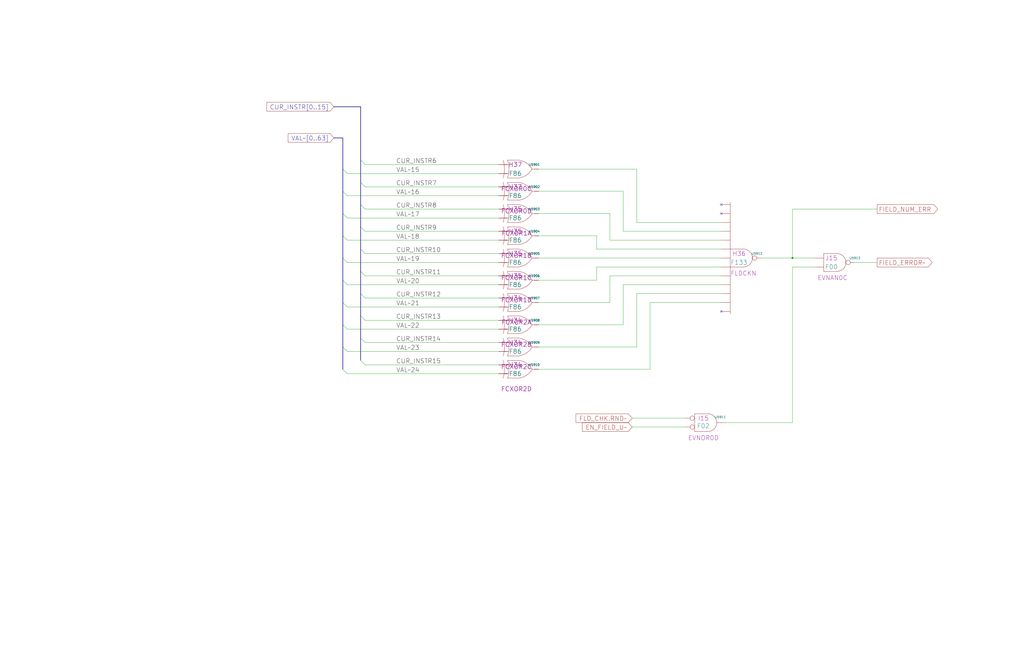
<source format=kicad_sch>
(kicad_sch (version 20230121) (generator eeschema)
  (paper "User" 584.2 378.46)
  (title_block (title "FIELD CHECK MICRO EVENT") (date "22-MAY-90") (rev "1.0") (comment 1 "SEQUENCER") (comment 2 "232-003064") (comment 3 "S400") (comment 4 "RELEASED"))
  (lib_symbols
    (symbol "r1000:F00" (pin_numbers hide) (pin_names hide)
      (property "Reference" "U" (at 15.24 0 0))
      (property "Value" "F00" (at 1.905 -5.08 0))
      (property "Location" "___" (at 1.905 0 0))
      (property "Name" "______" (at 2.54 -12.7 0))
      (symbol "F00_0_1"
        (polyline (pts (xy -2.54 -7.62) (xy 5.08 -7.62)) (stroke (width 0.1524)))
        (polyline (pts (xy -2.54 2.54) (xy -2.54 -7.62)) (stroke (width 0.1524)))
        (polyline (pts (xy -2.54 2.54) (xy 5.08 2.54)) (stroke (width 0.1524)))
        (arc (start 5.08 -7.62) (mid 10.1282 -2.54) (end 5.08 2.54) (stroke (width 0.1524)))
        (circle (center 11.43 -2.54) (radius 1.27) (stroke (width 0.1524)))
      )
      (symbol "F00_0_2"
        (circle (center -3.81 -5.08) (radius 1.27) (stroke (width 0.1524)))
        (circle (center -3.81 0) (radius 1.27) (stroke (width 0.1524)))
        (arc (start -3.175 -7.62) (mid -2.134 -2.54) (end -3.175 2.54) (stroke (width 0.1524)))
        (polyline (pts (xy -3.175 -7.62) (xy 3.81 -7.62)) (stroke (width 0.1524)))
        (polyline (pts (xy -3.175 2.54) (xy 3.81 2.54)) (stroke (width 0.1524)))
        (arc (start 3.81 -7.62) (mid 7.5855 -5.8306) (end 10.16 -2.54) (stroke (width 0.1524)))
        (arc (start 10.16 -2.54) (mid 7.5827 0.7471) (end 3.81 2.54) (stroke (width 0.1524)))
      )
      (symbol "F00_1_1"
        (pin input line (at -7.62 0 0) (length 5.08) (name "D0") (number "1"))
        (pin input line (at -7.62 -5.08 0) (length 5.08) (name "D1") (number "2"))
        (pin output line (at 15.24 -2.54 180) (length 2.54) (name "Q") (number "3"))
      )
      (symbol "F00_1_2"
        (pin input line (at -7.62 0 0) (length 2.54) (name "D0") (number "1"))
        (pin input line (at -7.62 -5.08 0) (length 2.54) (name "D1") (number "2"))
        (pin output line (at 15.24 -2.54 180) (length 5.08) (name "Q") (number "3"))
      )
    )
    (symbol "r1000:F02" (pin_numbers hide) (pin_names hide)
      (property "Reference" "U" (at 12.16 0.635 0))
      (property "Value" "F02" (at -1.27 -4.445 0))
      (property "Location" "___" (at 2.54 0 0))
      (property "Name" "______" (at 2.54 -12.7 0))
      (symbol "F02_0_1"
        (arc (start -3.81 -7.62) (mid -2.9847 -2.54) (end -3.81 2.54) (stroke (width 0.1524)))
        (polyline (pts (xy -5.08 -5.08) (xy -3.175 -5.08)) (stroke (width 0.1524)))
        (polyline (pts (xy -5.08 0) (xy -3.175 0)) (stroke (width 0.1524)))
        (polyline (pts (xy -3.81 -7.62) (xy 2.54 -7.62)) (stroke (width 0.1524)))
        (polyline (pts (xy -3.81 2.54) (xy 2.54 2.54)) (stroke (width 0.1524)))
        (polyline (pts (xy 13.97 -2.54) (xy 12.7 -2.54)) (stroke (width 0.1524)))
        (arc (start 2.54 -7.62) (mid 6.9515 -5.9823) (end 10.16 -2.54) (stroke (width 0.1524)))
        (arc (start 10.16 -2.54) (mid 6.9478 0.8966) (end 2.54 2.54) (stroke (width 0.1524)))
        (circle (center 11.43 -2.54) (radius 1.27) (stroke (width 0.1524)))
      )
      (symbol "F02_0_2"
        (circle (center -3.81 -5.08) (radius 1.27) (stroke (width 0.1524)))
        (circle (center -3.81 0) (radius 1.27) (stroke (width 0.1524)))
        (polyline (pts (xy -2.54 -7.62) (xy 5.08 -7.62)) (stroke (width 0.1524)))
        (polyline (pts (xy -2.54 2.54) (xy -2.54 -7.62)) (stroke (width 0.1524)))
        (polyline (pts (xy -2.54 2.54) (xy 5.08 2.54)) (stroke (width 0.1524)))
        (polyline (pts (xy 11.43 -2.54) (xy 10.16 -2.54)) (stroke (width 0.1524)))
        (polyline (pts (xy 11.43 -2.54) (xy 12.7 -2.54)) (stroke (width 0.1524)))
        (arc (start 5.08 -7.62) (mid 10.1282 -2.54) (end 5.08 2.54) (stroke (width 0.1524)))
      )
      (symbol "F02_1_1"
        (pin input line (at -7.62 0 0) (length 2.54) (name "D0") (number "1"))
        (pin input line (at -7.62 -5.08 0) (length 2.54) (name "D1") (number "2"))
        (pin output line (at 15.24 -2.54 180) (length 1.27) (name "Q") (number "3"))
      )
      (symbol "F02_1_2"
        (pin input line (at -7.62 0 0) (length 2.54) (name "D0") (number "1"))
        (pin input line (at -7.62 -5.08 0) (length 2.54) (name "D1") (number "2"))
        (pin output line (at 15.24 -2.54 180) (length 2.54) (name "Q") (number "3"))
      )
    )
    (symbol "r1000:F133" (pin_numbers hide) (pin_names hide)
      (property "Reference" "U" (at 12.7 2.54 0))
      (property "Value" "F133" (at 2.54 -2.54 0))
      (property "Location" "___" (at 2.54 2.54 0))
      (property "Name" "______" (at 5.08 -10.16 0))
      (symbol "F133_0_0"
        (polyline (pts (xy -2.54 -5.08) (xy 5.08 -5.08)) (stroke (width 0.1524)))
        (polyline (pts (xy -2.54 5.08) (xy 5.08 5.08)) (stroke (width 0.1524)))
        (arc (start 5.08 -5.08) (mid 8.6721 -3.5921) (end 10.16 0) (stroke (width 0.1524)))
        (arc (start 10.16 0) (mid 8.6721 3.5921) (end 5.08 5.08) (stroke (width 0.1524)))
        (circle (center 11.43 0) (radius 1.27) (stroke (width 0.1524)))
      )
      (symbol "F133_0_1"
        (polyline (pts (xy -2.54 -17.78) (xy -2.54 -31.75)) (stroke (width 0.1524)))
        (polyline (pts (xy -2.54 -7.62) (xy -2.54 -17.78)) (stroke (width 0.1524)))
        (polyline (pts (xy -2.54 -5.08) (xy -2.54 -7.62)) (stroke (width 0.1524)))
        (polyline (pts (xy -2.54 5.08) (xy -2.54 -5.08)) (stroke (width 0.1524)))
        (polyline (pts (xy -2.54 7.62) (xy -2.54 5.08)) (stroke (width 0.1524)))
        (polyline (pts (xy -2.54 17.145) (xy -2.54 7.62)) (stroke (width 0.1524)))
        (polyline (pts (xy -2.54 17.78) (xy -2.54 17.145)) (stroke (width 0.1524)))
        (polyline (pts (xy -2.54 31.75) (xy -2.54 17.78)) (stroke (width 0.1524)))
      )
      (symbol "F133_1_1"
        (pin input line (at -7.62 0 0) (length 5.08) (name "D6") (number "1"))
        (pin input line (at -7.62 30.48 0) (length 5.08) (name "D0") (number "10"))
        (pin input line (at -7.62 25.4 0) (length 5.08) (name "D1") (number "11"))
        (pin input line (at -7.62 20.32 0) (length 5.08) (name "D2") (number "12"))
        (pin input line (at -7.62 15.24 0) (length 5.08) (name "D3") (number "13"))
        (pin input line (at -7.62 10.16 0) (length 5.08) (name "D4") (number "14"))
        (pin input line (at -7.62 5.08 0) (length 5.08) (name "D5") (number "15"))
        (pin input line (at -7.62 -5.08 0) (length 5.08) (name "D7") (number "2"))
        (pin input line (at -7.62 -10.16 0) (length 5.08) (name "D8") (number "3"))
        (pin input line (at -7.62 -15.24 0) (length 5.08) (name "D9") (number "4"))
        (pin input line (at -7.62 -20.32 0) (length 5.08) (name "D10") (number "5"))
        (pin input line (at -7.62 -25.4 0) (length 5.08) (name "D11") (number "6"))
        (pin input line (at -7.62 -30.48 0) (length 5.08) (name "D12") (number "7"))
        (pin output line (at 15.24 0 180) (length 2.54) (name "Q") (number "8"))
      )
    )
    (symbol "r1000:F86" (pin_numbers hide) (pin_names hide)
      (property "Reference" "U" (at 12.7 2.54 0))
      (property "Value" "F86" (at 1.905 -2.54 0))
      (property "Location" "___" (at 1.905 2.54 0))
      (property "Name" "______" (at 2.54 -12.7 0))
      (symbol "F86_0_0"
        (arc (start -5.0873 -5.08) (mid -4.2626 0) (end -5.0873 5.08) (stroke (width 0.1524)))
        (arc (start -2.5473 -5.08) (mid -1.7226 0) (end -2.5473 5.08) (stroke (width 0.1524)))
        (polyline (pts (xy -2.54 -5.08) (xy 3.81 -5.08)) (stroke (width 0.1524)))
        (polyline (pts (xy -2.54 5.08) (xy 3.81 5.08)) (stroke (width 0.1524)))
        (arc (start 3.81 -5.08) (mid 8.2204 -3.4405) (end 11.43 0) (stroke (width 0.1524)))
        (arc (start 11.43 0) (mid 8.2216 3.4424) (end 3.81 5.08) (stroke (width 0.1524)))
      )
      (symbol "F86_0_1"
        (polyline (pts (xy -3.81 -2.54) (xy -1.905 -2.54)) (stroke (width 0.1524)))
        (polyline (pts (xy -3.81 2.54) (xy -1.905 2.54)) (stroke (width 0.1524)))
        (polyline (pts (xy 12.7 0) (xy 11.43 0)) (stroke (width 0.1524)))
      )
      (symbol "F86_1_1"
        (pin input line (at -7.62 2.54 0) (length 5.08) (name "D0") (number "1"))
        (pin input line (at -7.62 -2.54 0) (length 5.08) (name "D1") (number "2"))
        (pin output line (at 15.24 0 180) (length 2.54) (name "Q") (number "3"))
      )
    )
  )
  (junction (at 452.12 147.32))
  (no_connect (at 411.48 116.84))
  (no_connect (at 411.48 177.8))
  (no_connect (at 411.48 121.92))
  (bus_entry (at 195.58 96.52) (size 2.54 2.54))
  (bus_entry (at 195.58 210.82) (size 2.54 2.54))
  (bus_entry (at 205.74 154.94) (size 2.54 2.54))
  (bus_entry (at 205.74 205.74) (size 2.54 2.54))
  (bus_entry (at 205.74 129.54) (size 2.54 2.54))
  (bus_entry (at 205.74 116.84) (size 2.54 2.54))
  (bus_entry (at 195.58 109.22) (size 2.54 2.54))
  (bus_entry (at 195.58 198.12) (size 2.54 2.54))
  (bus_entry (at 205.74 180.34) (size 2.54 2.54))
  (bus_entry (at 205.74 193.04) (size 2.54 2.54))
  (bus_entry (at 195.58 160.02) (size 2.54 2.54))
  (bus_entry (at 205.74 91.44) (size 2.54 2.54))
  (bus_entry (at 195.58 121.92) (size 2.54 2.54))
  (bus_entry (at 195.58 134.62) (size 2.54 2.54))
  (bus_entry (at 195.58 185.42) (size 2.54 2.54))
  (bus_entry (at 195.58 172.72) (size 2.54 2.54))
  (bus_entry (at 205.74 142.24) (size 2.54 2.54))
  (bus_entry (at 205.74 104.14) (size 2.54 2.54))
  (bus_entry (at 195.58 147.32) (size 2.54 2.54))
  (bus_entry (at 205.74 167.64) (size 2.54 2.54))
  (wire (pts (xy 355.6 162.56) (xy 411.48 162.56)))
  (wire (pts (xy 434.34 147.32) (xy 452.12 147.32)))
  (bus (pts (xy 195.58 160.02) (xy 195.58 172.72)))
  (wire (pts (xy 307.34 147.32) (xy 411.48 147.32)))
  (bus (pts (xy 195.58 134.62) (xy 195.58 147.32)))
  (wire (pts (xy 340.36 160.02) (xy 340.36 152.4)))
  (wire (pts (xy 370.84 210.82) (xy 370.84 172.72)))
  (wire (pts (xy 208.28 119.38) (xy 284.48 119.38)))
  (wire (pts (xy 340.36 152.4) (xy 411.48 152.4)))
  (wire (pts (xy 198.12 99.06) (xy 284.48 99.06)))
  (wire (pts (xy 198.12 175.26) (xy 284.48 175.26)))
  (bus (pts (xy 205.74 193.04) (xy 205.74 205.74)))
  (wire (pts (xy 198.12 200.66) (xy 284.48 200.66)))
  (wire (pts (xy 347.98 157.48) (xy 411.48 157.48)))
  (wire (pts (xy 198.12 187.96) (xy 284.48 187.96)))
  (wire (pts (xy 500.38 119.38) (xy 452.12 119.38)))
  (bus (pts (xy 195.58 96.52) (xy 195.58 109.22)))
  (wire (pts (xy 307.34 134.62) (xy 340.36 134.62)))
  (wire (pts (xy 355.6 185.42) (xy 355.6 162.56)))
  (bus (pts (xy 190.5 60.96) (xy 205.74 60.96)))
  (wire (pts (xy 363.22 96.52) (xy 363.22 127)))
  (wire (pts (xy 414.02 241.3) (xy 452.12 241.3)))
  (wire (pts (xy 347.98 137.16) (xy 411.48 137.16)))
  (bus (pts (xy 195.58 185.42) (xy 195.58 198.12)))
  (wire (pts (xy 208.28 93.98) (xy 284.48 93.98)))
  (wire (pts (xy 307.34 210.82) (xy 370.84 210.82)))
  (bus (pts (xy 190.5 78.74) (xy 195.58 78.74)))
  (wire (pts (xy 198.12 162.56) (xy 284.48 162.56)))
  (bus (pts (xy 205.74 116.84) (xy 205.74 129.54)))
  (wire (pts (xy 355.6 109.22) (xy 355.6 132.08)))
  (wire (pts (xy 307.34 198.12) (xy 363.22 198.12)))
  (wire (pts (xy 363.22 198.12) (xy 363.22 167.64)))
  (wire (pts (xy 307.34 160.02) (xy 340.36 160.02)))
  (wire (pts (xy 363.22 127) (xy 411.48 127)))
  (wire (pts (xy 208.28 208.28) (xy 284.48 208.28)))
  (wire (pts (xy 198.12 111.76) (xy 284.48 111.76)))
  (wire (pts (xy 452.12 147.32) (xy 464.82 147.32)))
  (wire (pts (xy 347.98 172.72) (xy 347.98 157.48)))
  (wire (pts (xy 370.84 172.72) (xy 411.48 172.72)))
  (bus (pts (xy 205.74 91.44) (xy 205.74 104.14)))
  (bus (pts (xy 205.74 129.54) (xy 205.74 142.24)))
  (wire (pts (xy 487.68 149.86) (xy 500.38 149.86)))
  (wire (pts (xy 208.28 132.08) (xy 284.48 132.08)))
  (bus (pts (xy 195.58 147.32) (xy 195.58 160.02)))
  (wire (pts (xy 208.28 106.68) (xy 284.48 106.68)))
  (bus (pts (xy 195.58 121.92) (xy 195.58 134.62)))
  (bus (pts (xy 205.74 60.96) (xy 205.74 91.44)))
  (bus (pts (xy 205.74 167.64) (xy 205.74 180.34)))
  (wire (pts (xy 198.12 213.36) (xy 284.48 213.36)))
  (bus (pts (xy 205.74 180.34) (xy 205.74 193.04)))
  (wire (pts (xy 355.6 132.08) (xy 411.48 132.08)))
  (wire (pts (xy 347.98 121.92) (xy 347.98 137.16)))
  (wire (pts (xy 208.28 182.88) (xy 284.48 182.88)))
  (wire (pts (xy 208.28 195.58) (xy 284.48 195.58)))
  (wire (pts (xy 360.68 243.84) (xy 391.16 243.84)))
  (wire (pts (xy 198.12 149.86) (xy 284.48 149.86)))
  (bus (pts (xy 205.74 142.24) (xy 205.74 154.94)))
  (bus (pts (xy 195.58 198.12) (xy 195.58 210.82)))
  (wire (pts (xy 452.12 152.4) (xy 464.82 152.4)))
  (wire (pts (xy 452.12 241.3) (xy 452.12 152.4)))
  (wire (pts (xy 208.28 170.18) (xy 284.48 170.18)))
  (wire (pts (xy 208.28 144.78) (xy 284.48 144.78)))
  (wire (pts (xy 307.34 96.52) (xy 363.22 96.52)))
  (wire (pts (xy 363.22 167.64) (xy 411.48 167.64)))
  (bus (pts (xy 195.58 109.22) (xy 195.58 121.92)))
  (bus (pts (xy 205.74 104.14) (xy 205.74 116.84)))
  (wire (pts (xy 307.34 121.92) (xy 347.98 121.92)))
  (bus (pts (xy 195.58 78.74) (xy 195.58 96.52)))
  (wire (pts (xy 208.28 157.48) (xy 284.48 157.48)))
  (wire (pts (xy 340.36 134.62) (xy 340.36 142.24)))
  (wire (pts (xy 198.12 124.46) (xy 284.48 124.46)))
  (wire (pts (xy 452.12 119.38) (xy 452.12 147.32)))
  (wire (pts (xy 307.34 185.42) (xy 355.6 185.42)))
  (wire (pts (xy 340.36 142.24) (xy 411.48 142.24)))
  (wire (pts (xy 307.34 109.22) (xy 355.6 109.22)))
  (bus (pts (xy 205.74 154.94) (xy 205.74 167.64)))
  (wire (pts (xy 360.68 238.76) (xy 391.16 238.76)))
  (wire (pts (xy 307.34 172.72) (xy 347.98 172.72)))
  (wire (pts (xy 198.12 137.16) (xy 284.48 137.16)))
  (bus (pts (xy 195.58 172.72) (xy 195.58 185.42)))
  (label "VAL~23" (at 226.06 200.66 0) (effects (font (size 2.54 2.54))))
  (label "VAL~16" (at 226.06 111.76 0) (effects (font (size 2.54 2.54))))
  (label "CUR_INSTR6" (at 226.06 93.98 0) (effects (font (size 2.54 2.54))))
  (label "CUR_INSTR10" (at 226.06 144.78 0) (effects (font (size 2.54 2.54))))
  (label "VAL~21" (at 226.06 175.26 0) (effects (font (size 2.54 2.54))))
  (label "CUR_INSTR7" (at 226.06 106.68 0) (effects (font (size 2.54 2.54))))
  (label "CUR_INSTR12" (at 226.06 170.18 0) (effects (font (size 2.54 2.54))))
  (label "VAL~24" (at 226.06 213.36 0) (effects (font (size 2.54 2.54))))
  (label "CUR_INSTR13" (at 226.06 182.88 0) (effects (font (size 2.54 2.54))))
  (label "VAL~15" (at 226.06 99.06 0) (effects (font (size 2.54 2.54))))
  (label "VAL~17" (at 226.06 124.46 0) (effects (font (size 2.54 2.54))))
  (label "VAL~19" (at 226.06 149.86 0) (effects (font (size 2.54 2.54))))
  (label "CUR_INSTR9" (at 226.06 132.08 0) (effects (font (size 2.54 2.54))))
  (label "VAL~22" (at 226.06 187.96 0) (effects (font (size 2.54 2.54))))
  (label "CUR_INSTR11" (at 226.06 157.48 0) (effects (font (size 2.54 2.54))))
  (label "VAL~20" (at 226.06 162.56 0) (effects (font (size 2.54 2.54))))
  (label "CUR_INSTR15" (at 226.06 208.28 0) (effects (font (size 2.54 2.54))))
  (label "VAL~18" (at 226.06 137.16 0) (effects (font (size 2.54 2.54))))
  (label "CUR_INSTR8" (at 226.06 119.38 0) (effects (font (size 2.54 2.54))))
  (label "CUR_INSTR14" (at 226.06 195.58 0) (effects (font (size 2.54 2.54))))
  (global_label "EN_FIELD_U~" (shape input) (at 360.68 243.84 180) (effects (font (size 2.54 2.54))) (property "Intersheetrefs" "${INTERSHEET_REFS}" (at 332.2683 243.6813 0) (effects (font (size 1.905 1.905)) (justify right))))
  (global_label "FIELD_ERROR~" (shape output) (at 500.38 149.86 0) (effects (font (size 2.54 2.54))) (property "Intersheetrefs" "${INTERSHEET_REFS}" (at 531.8155 149.7013 0) (effects (font (size 1.905 1.905)) (justify left))))
  (global_label "FLD_CHK.RND~" (shape input) (at 360.68 238.76 180) (effects (font (size 2.54 2.54))) (property "Intersheetrefs" "${INTERSHEET_REFS}" (at 328.6397 238.6013 0) (effects (font (size 1.905 1.905)) (justify right))))
  (global_label "VAL~[0..63]" (shape input) (at 190.5 78.74 180) (effects (font (size 2.54 2.54))) (property "Intersheetrefs" "${INTERSHEET_REFS}" (at 163.5293 78.74 0) (effects (font (size 1.905 1.905)) (justify right))))
  (global_label "FIELD_NUM_ERR" (shape output) (at 500.38 119.38 0) (effects (font (size 2.54 2.54))) (property "Intersheetrefs" "${INTERSHEET_REFS}" (at 534.9603 119.2213 0) (effects (font (size 1.905 1.905)) (justify left))))
  (global_label "CUR_INSTR[0..15]" (shape input) (at 190.5 60.96 180) (effects (font (size 2.54 2.54))) (property "Intersheetrefs" "${INTERSHEET_REFS}" (at 151.3131 60.96 0) (effects (font (size 1.905 1.905)) (justify right))))
  (symbol (lib_id "r1000:F86") (at 292.1 121.92 0) (unit 1)
    (property "Reference" "U5903" (at 304.8 119.38 0))
    (property "Value" "F86" (at 294.005 124.46 0) (effects (font (size 2.54 2.54))))
    (property "Location" "H35" (at 294.005 119.38 0) (effects (font (size 2.54 2.54))))
    (property "Name" "FCXOR1A" (at 294.64 134.62 0) (effects (font (size 2.54 2.54)) (justify bottom)))
  )
  (symbol (lib_id "r1000:F86") (at 292.1 160.02 0) (unit 1)
    (property "Reference" "U5906" (at 304.8 157.48 0))
    (property "Value" "F86" (at 294.005 162.56 0) (effects (font (size 2.54 2.54))))
    (property "Location" "H35" (at 294.005 157.48 0) (effects (font (size 2.54 2.54))))
    (property "Name" "FCXOR1D" (at 294.64 172.72 0) (effects (font (size 2.54 2.54)) (justify bottom)))
  )
  (symbol (lib_id "r1000:F00") (at 472.44 147.32 0) (unit 1)
    (property "Reference" "U5913" (at 487.68 147.32 0))
    (property "Value" "F00" (at 474.345 152.4 0) (effects (font (size 2.54 2.54))))
    (property "Location" "J15" (at 474.345 147.32 0) (effects (font (size 2.54 2.54))))
    (property "Name" "EVNAN0C" (at 474.98 160.02 0) (effects (font (size 2.54 2.54)) (justify bottom)))
  )
  (symbol (lib_id "r1000:F133") (at 419.1 147.32 0) (unit 1)
    (property "Reference" "U5912" (at 431.8 144.78 0))
    (property "Value" "F133" (at 421.64 149.86 0) (effects (font (size 2.54 2.53))))
    (property "Location" "H36" (at 421.64 144.78 0) (effects (font (size 2.54 2.54))))
    (property "Name" "FLDCKN" (at 424.18 157.48 0) (effects (font (size 2.54 2.54)) (justify bottom)))
  )
  (symbol (lib_id "r1000:F02") (at 398.78 238.76 0) (unit 1) (convert 2)
    (property "Reference" "U5911" (at 410.94 238.125 0))
    (property "Value" "F02" (at 397.51 243.205 0) (effects (font (size 2.54 2.54)) (justify left)))
    (property "Location" "I15" (at 401.32 238.76 0) (effects (font (size 2.54 2.54))))
    (property "Name" "EVNOR0D" (at 401.32 251.46 0) (effects (font (size 2.54 2.54)) (justify bottom)))
  )
  (symbol (lib_id "r1000:F86") (at 292.1 185.42 0) (unit 1)
    (property "Reference" "U5908" (at 304.8 182.88 0))
    (property "Value" "F86" (at 294.005 187.96 0) (effects (font (size 2.54 2.54))))
    (property "Location" "H34" (at 294.005 182.88 0) (effects (font (size 2.54 2.54))))
    (property "Name" "FCXOR2B" (at 294.64 198.12 0) (effects (font (size 2.54 2.54)) (justify bottom)))
  )
  (symbol (lib_id "r1000:F86") (at 292.1 147.32 0) (unit 1)
    (property "Reference" "U5905" (at 304.8 144.78 0))
    (property "Value" "F86" (at 294.005 149.86 0) (effects (font (size 2.54 2.54))))
    (property "Location" "H35" (at 294.005 144.78 0) (effects (font (size 2.54 2.54))))
    (property "Name" "FCXOR1C" (at 294.64 160.02 0) (effects (font (size 2.54 2.54)) (justify bottom)))
  )
  (symbol (lib_id "r1000:F86") (at 292.1 109.22 0) (unit 1)
    (property "Reference" "U5902" (at 304.8 106.68 0))
    (property "Value" "F86" (at 294.005 111.76 0) (effects (font (size 2.54 2.54))))
    (property "Location" "H37" (at 294.005 106.68 0) (effects (font (size 2.54 2.54))))
    (property "Name" "FCXOR0D" (at 294.64 121.92 0) (effects (font (size 2.54 2.54)) (justify bottom)))
  )
  (symbol (lib_id "r1000:F86") (at 292.1 172.72 0) (unit 1)
    (property "Reference" "U5907" (at 304.8 170.18 0))
    (property "Value" "F86" (at 294.005 175.26 0) (effects (font (size 2.54 2.54))))
    (property "Location" "H34" (at 294.005 170.18 0) (effects (font (size 2.54 2.54))))
    (property "Name" "FCXOR2A" (at 294.64 185.42 0) (effects (font (size 2.54 2.54)) (justify bottom)))
  )
  (symbol (lib_id "r1000:F86") (at 292.1 96.52 0) (unit 1)
    (property "Reference" "U5901" (at 304.8 93.98 0))
    (property "Value" "F86" (at 294.005 99.06 0) (effects (font (size 2.54 2.54))))
    (property "Location" "H37" (at 294.005 93.98 0) (effects (font (size 2.54 2.54))))
    (property "Name" "FCXOR0C" (at 294.64 109.22 0) (effects (font (size 2.54 2.54)) (justify bottom)))
  )
  (symbol (lib_id "r1000:F86") (at 292.1 210.82 0) (unit 1)
    (property "Reference" "U5910" (at 304.8 208.28 0))
    (property "Value" "F86" (at 294.005 213.36 0) (effects (font (size 2.54 2.54))))
    (property "Location" "H34" (at 294.005 208.28 0) (effects (font (size 2.54 2.54))))
    (property "Name" "FCXOR2D" (at 294.64 223.52 0) (effects (font (size 2.54 2.54)) (justify bottom)))
  )
  (symbol (lib_id "r1000:F86") (at 292.1 198.12 0) (unit 1)
    (property "Reference" "U5909" (at 304.8 195.58 0))
    (property "Value" "F86" (at 294.005 200.66 0) (effects (font (size 2.54 2.54))))
    (property "Location" "H34" (at 294.005 195.58 0) (effects (font (size 2.54 2.54))))
    (property "Name" "FCXOR2C" (at 294.64 210.82 0) (effects (font (size 2.54 2.54)) (justify bottom)))
  )
  (symbol (lib_id "r1000:F86") (at 292.1 134.62 0) (unit 1)
    (property "Reference" "U5904" (at 304.8 132.08 0))
    (property "Value" "F86" (at 294.005 137.16 0) (effects (font (size 2.54 2.54))))
    (property "Location" "H35" (at 294.005 132.08 0) (effects (font (size 2.54 2.54))))
    (property "Name" "FCXOR1B" (at 294.64 147.32 0) (effects (font (size 2.54 2.54)) (justify bottom)))
  )
)
</source>
